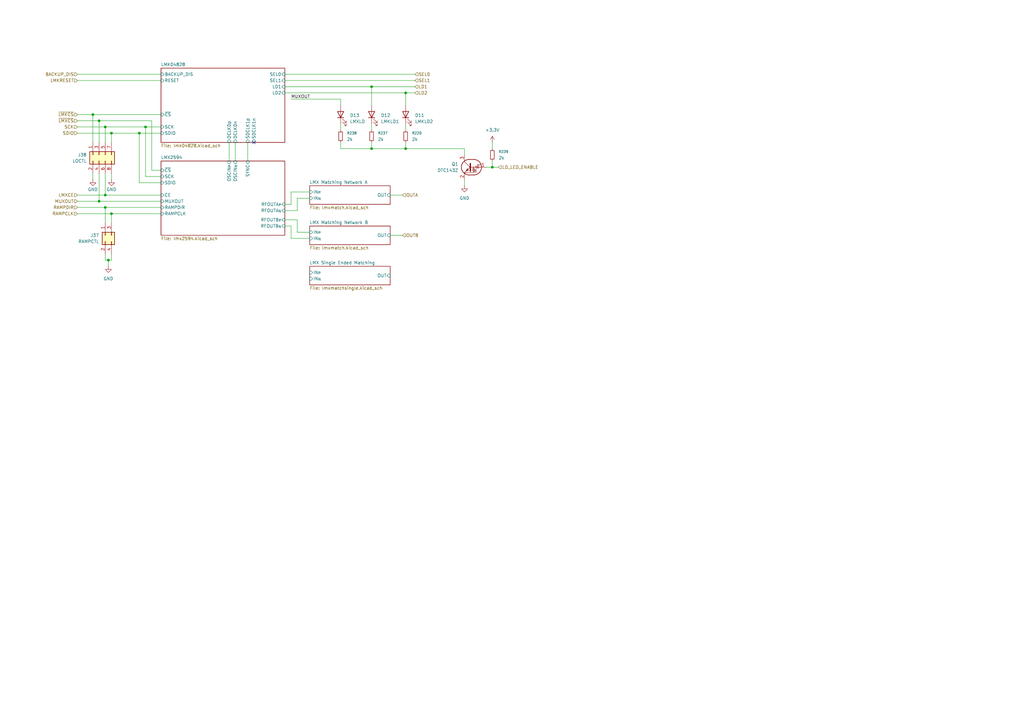
<source format=kicad_sch>
(kicad_sch (version 20250114) (generator "eeschema") (generator_version "9.0")
  (paper "A3")
  (lib_symbols
    (symbol "Connector_Generic:Conn_02x02_Odd_Even" (pin_names (offset 1.016) (hide yes))
      (property "Reference" "J" (at 1.27 2.54 0))
      (property "Value" "Conn_02x02_Odd_Even" (at 1.27 -5.08 0))
      (symbol "Conn_02x02_Odd_Even_1_1"
        (rectangle (start -1.27 1.27) (end 3.81 -3.81) (stroke (width 0.254)) (fill (type background)))
        (rectangle (start -1.27 0.127) (end 0 -0.127) (stroke (width 0.1524)))
        (rectangle (start -1.27 -2.413) (end 0 -2.667) (stroke (width 0.1524)))
        (rectangle (start 3.81 0.127) (end 2.54 -0.127) (stroke (width 0.1524)))
        (rectangle (start 3.81 -2.413) (end 2.54 -2.667) (stroke (width 0.1524)))
        (pin passive line (at -5.08 0 0) (length 3.81) (name "Pin_1") (number "1"))
        (pin passive line (at -5.08 -2.54 0) (length 3.81) (name "Pin_3") (number "3"))
        (pin passive line (at 7.62 0 180) (length 3.81) (name "Pin_2") (number "2"))
        (pin passive line (at 7.62 -2.54 180) (length 3.81) (name "Pin_4") (number "4"))
      )
    )
    (symbol "Connector_Generic:Conn_02x04_Odd_Even" (pin_names (offset 1.016) (hide yes))
      (property "Reference" "J" (at 1.27 5.08 0))
      (property "Value" "Conn_02x04_Odd_Even" (at 1.27 -7.62 0))
      (symbol "Conn_02x04_Odd_Even_1_1"
        (rectangle (start -1.27 3.81) (end 3.81 -6.35) (stroke (width 0.254)) (fill (type background)))
        (rectangle (start -1.27 2.667) (end 0 2.413) (stroke (width 0.1524)))
        (rectangle (start -1.27 0.127) (end 0 -0.127) (stroke (width 0.1524)))
        (rectangle (start -1.27 -2.413) (end 0 -2.667) (stroke (width 0.1524)))
        (rectangle (start -1.27 -4.953) (end 0 -5.207) (stroke (width 0.1524)))
        (rectangle (start 3.81 2.667) (end 2.54 2.413) (stroke (width 0.1524)))
        (rectangle (start 3.81 0.127) (end 2.54 -0.127) (stroke (width 0.1524)))
        (rectangle (start 3.81 -2.413) (end 2.54 -2.667) (stroke (width 0.1524)))
        (rectangle (start 3.81 -4.953) (end 2.54 -5.207) (stroke (width 0.1524)))
        (pin passive line (at -5.08 2.54 0) (length 3.81) (name "Pin_1") (number "1"))
        (pin passive line (at -5.08 0 0) (length 3.81) (name "Pin_3") (number "3"))
        (pin passive line (at -5.08 -2.54 0) (length 3.81) (name "Pin_5") (number "5"))
        (pin passive line (at -5.08 -5.08 0) (length 3.81) (name "Pin_7") (number "7"))
        (pin passive line (at 7.62 2.54 180) (length 3.81) (name "Pin_2") (number "2"))
        (pin passive line (at 7.62 0 180) (length 3.81) (name "Pin_4") (number "4"))
        (pin passive line (at 7.62 -2.54 180) (length 3.81) (name "Pin_6") (number "6"))
        (pin passive line (at 7.62 -5.08 180) (length 3.81) (name "Pin_8") (number "8"))
      )
    )
    (symbol "Device:LED" (pin_numbers (hide yes)) (pin_names (offset 1.016) (hide yes))
      (property "Reference" "D" (at 0 2.54 0))
      (property "Value" "LED" (at 0 -2.54 0))
      (symbol "LED_0_1"
        (polyline (pts (xy -3.048 -0.762) (xy -4.572 -2.286) (xy -3.81 -2.286) (xy -4.572 -2.286) (xy -4.572 -1.524)))
        (polyline (pts (xy -1.778 -0.762) (xy -3.302 -2.286) (xy -2.54 -2.286) (xy -3.302 -2.286) (xy -3.302 -1.524)))
        (polyline (pts (xy -1.27 0) (xy 1.27 0)))
        (polyline (pts (xy -1.27 -1.27) (xy -1.27 1.27)) (stroke (width 0.254)))
        (polyline (pts (xy 1.27 -1.27) (xy 1.27 1.27) (xy -1.27 0) (xy 1.27 -1.27)) (stroke (width 0.254)))
      )
      (symbol "LED_1_1"
        (pin passive line (at -3.81 0 0) (length 2.54) (name "K") (number "1"))
        (pin passive line (at 3.81 0 180) (length 2.54) (name "A") (number "2"))
      )
    )
    (symbol "Device:R_Small" (pin_numbers (hide yes)) (pin_names (offset 0.254) (hide yes))
      (property "Reference" "R" (at 0 0 90))
      (property "Value" "R_Small" (at 1.778 0 90))
      (symbol "R_Small_0_1"
        (rectangle (start -0.762 1.778) (end 0.762 -1.778) (stroke (width 0.2032)))
      )
      (symbol "R_Small_1_1"
        (pin passive line (at 0 2.54 270) (length 0.762) (name "~") (number "1"))
        (pin passive line (at 0 -2.54 90) (length 0.762) (name "~") (number "2"))
      )
    )
    (symbol "Transistor_BJT:DTC143Z" (pin_names (offset 0) (hide yes))
      (property "Reference" "Q" (at 5.08 1.905 0))
      (property "Value" "DTC143Z" (at 5.08 0 0))
      (symbol "DTC143Z_0_0"
        (text "4k7" (at -3.302 0.889 0) (effects (font (size 0.508 0.508))))
        (text "47k" (at -2.159 -1.524 900) (effects (font (size 0.508 0.508))))
      )
      (symbol "DTC143Z_0_1"
        (polyline (pts (xy -3.429 0) (xy -3.81 0)))
        (polyline (pts (xy -1.27 3.175) (xy 0.635 3.175)) (stroke (width 0.254)))
        (circle (center -1.27 0) (radius 0.127))
        (polyline (pts (xy -1.27 0) (xy -1.27 -0.381) (xy -0.762 -0.508) (xy -1.778 -0.762) (xy -0.762 -1.016) (xy -1.778 -1.27) (xy -0.762 -1.524) (xy -1.778 -1.778) (xy -1.27 -1.905) (xy -1.27 -2.286) (xy 2.54 -2.286)))
        (polyline (pts (xy -1.27 -3.175) (xy 0.635 -3.175)) (stroke (width 0.254)))
        (arc (start -1.27 -3.175) (mid -4.4312 0) (end -1.27 3.175) (stroke (width 0.254)))
        (polyline (pts (xy 0 0) (xy -1.905 0) (xy -2.032 0.508) (xy -2.286 -0.508) (xy -2.54 0.508) (xy -2.794 -0.508) (xy -3.048 0.508) (xy -3.302 -0.508) (xy -3.429 0)))
        (polyline (pts (xy 0 -0.254) (xy 2.54 2.286)))
        (polyline (pts (xy 0.127 1.524) (xy 0.127 -1.651)) (stroke (width 0.508)) (fill (type outline)))
        (arc (start 0.635 3.175) (mid 3.7962 0) (end 0.635 -3.175) (stroke (width 0.254)))
        (polyline (pts (xy 0.889 -1.143) (xy 1.397 -0.635) (xy 1.905 -1.651) (xy 0.889 -1.143)) (fill (type outline)))
        (polyline (pts (xy 2.54 2.286) (xy 2.54 2.54)))
        (polyline (pts (xy 2.54 -2.286) (xy 0 0.254) (xy 0 0.254)))
        (circle (center 2.54 -2.286) (radius 0.127))
      )
      (symbol "DTC143Z_1_1"
        (pin input line (at -6.35 0 0) (length 2.54) (name "B") (number "1"))
        (pin passive line (at 2.54 5.08 270) (length 2.54) (name "C") (number "3"))
        (pin passive line (at 2.54 -5.08 90) (length 2.54) (name "E") (number "2"))
      )
    )
    (symbol "power:+3.3V" (power) (pin_numbers (hide yes)) (pin_names (offset 0) (hide yes))
      (property "Value" "+3.3V" (at 0 3.556 0))
      (symbol "+3.3V_0_1"
        (polyline (pts (xy -0.762 1.27) (xy 0 2.54)))
        (polyline (pts (xy 0 2.54) (xy 0.762 1.27)))
        (polyline (pts (xy 0 0) (xy 0 2.54)))
      )
      (symbol "+3.3V_1_1"
        (pin power_in line (at 0 0 90) (length 0) (name "~") (number "1"))
      )
    )
    (symbol "power:GND" (power) (pin_numbers (hide yes)) (pin_names (offset 0) (hide yes))
      (property "Value" "GND" (at 0 -3.81 0))
      (symbol "GND_0_1"
        (polyline (pts (xy 0 0) (xy 0 -1.27) (xy 1.27 -1.27) (xy 0 -2.54) (xy -1.27 -1.27) (xy 0 -1.27)))
      )
      (symbol "GND_1_1"
        (pin power_in line (at 0 0 270) (length 0) (name "~") (number "1"))
      )
    )
  )
  (junction (at 38.1 46.99))
  (junction (at 43.18 85.09))
  (junction (at 166.37 38.1))
  (junction (at 57.15 54.61))
  (junction (at 43.18 52.07))
  (junction (at 40.64 82.55))
  (junction (at 152.4 60.96))
  (junction (at 152.4 35.56))
  (junction (at 40.64 49.53))
  (junction (at 45.72 87.63))
  (junction (at 44.45 106.68))
  (junction (at 166.37 60.96))
  (junction (at 43.18 80.01))
  (junction (at 45.72 54.61))
  (junction (at 201.93 68.58))
  (junction (at 59.69 52.07))
  (no_connect (at 104.14 58.42))
  (wire (pts (xy 40.64 49.53) (xy 40.64 58.42)))
  (wire (pts (xy 40.64 49.53) (xy 62.23 49.53)))
  (wire (pts (xy 43.18 85.09) (xy 43.18 91.44)))
  (wire (pts (xy 116.84 38.1) (xy 166.37 38.1)))
  (wire (pts (xy 31.75 54.61) (xy 45.72 54.61)))
  (wire (pts (xy 31.75 46.99) (xy 38.1 46.99)))
  (wire (pts (xy 199.39 68.58) (xy 201.93 68.58)))
  (wire (pts (xy 57.15 54.61) (xy 57.15 74.93)))
  (wire (pts (xy 139.7 60.96) (xy 152.4 60.96)))
  (wire (pts (xy 43.18 85.09) (xy 66.04 85.09)))
  (wire (pts (xy 66.04 54.61) (xy 57.15 54.61)))
  (wire (pts (xy 45.72 54.61) (xy 57.15 54.61)))
  (wire (pts (xy 43.18 52.07) (xy 43.18 58.42)))
  (wire (pts (xy 38.1 46.99) (xy 66.04 46.99)))
  (wire (pts (xy 45.72 87.63) (xy 45.72 91.44)))
  (wire (pts (xy 116.84 30.48) (xy 170.18 30.48)))
  (wire (pts (xy 45.72 106.68) (xy 44.45 106.68)))
  (wire (pts (xy 40.64 82.55) (xy 66.04 82.55)))
  (wire (pts (xy 201.93 66.04) (xy 201.93 68.58)))
  (wire (pts (xy 166.37 60.96) (xy 166.37 58.42)))
  (wire (pts (xy 59.69 72.39) (xy 66.04 72.39)))
  (wire (pts (xy 31.75 82.55) (xy 40.64 82.55)))
  (wire (pts (xy 38.1 46.99) (xy 38.1 58.42)))
  (wire (pts (xy 139.7 58.42) (xy 139.7 60.96)))
  (wire (pts (xy 116.84 35.56) (xy 152.4 35.56)))
  (wire (pts (xy 116.84 83.82) (xy 119.38 83.82)))
  (wire (pts (xy 45.72 54.61) (xy 45.72 58.42)))
  (wire (pts (xy 62.23 69.85) (xy 62.23 49.53)))
  (wire (pts (xy 152.4 50.8) (xy 152.4 53.34)))
  (wire (pts (xy 44.45 106.68) (xy 44.45 109.22)))
  (wire (pts (xy 45.72 104.14) (xy 45.72 106.68)))
  (wire (pts (xy 31.75 33.02) (xy 66.04 33.02)))
  (wire (pts (xy 31.75 52.07) (xy 43.18 52.07)))
  (wire (pts (xy 119.38 40.64) (xy 139.7 40.64)))
  (wire (pts (xy 166.37 60.96) (xy 190.5 60.96)))
  (wire (pts (xy 152.4 35.56) (xy 170.18 35.56)))
  (wire (pts (xy 31.75 85.09) (xy 43.18 85.09)))
  (wire (pts (xy 31.75 30.48) (xy 66.04 30.48)))
  (wire (pts (xy 121.92 81.28) (xy 127 81.28)))
  (wire (pts (xy 59.69 52.07) (xy 59.69 72.39)))
  (wire (pts (xy 139.7 43.18) (xy 139.7 40.64)))
  (wire (pts (xy 66.04 52.07) (xy 59.69 52.07)))
  (wire (pts (xy 116.84 33.02) (xy 170.18 33.02)))
  (wire (pts (xy 152.4 35.56) (xy 152.4 43.18)))
  (wire (pts (xy 119.38 78.74) (xy 119.38 83.82)))
  (wire (pts (xy 43.18 104.14) (xy 43.18 106.68)))
  (wire (pts (xy 116.84 86.36) (xy 121.92 86.36)))
  (wire (pts (xy 66.04 69.85) (xy 62.23 69.85)))
  (wire (pts (xy 166.37 38.1) (xy 170.18 38.1)))
  (wire (pts (xy 116.84 92.71) (xy 119.38 92.71)))
  (wire (pts (xy 190.5 63.5) (xy 190.5 60.96)))
  (wire (pts (xy 190.5 73.66) (xy 190.5 76.2)))
  (wire (pts (xy 96.52 58.42) (xy 96.52 66.04)))
  (wire (pts (xy 31.75 49.53) (xy 40.64 49.53)))
  (wire (pts (xy 43.18 52.07) (xy 59.69 52.07)))
  (wire (pts (xy 201.93 58.42) (xy 201.93 60.96)))
  (wire (pts (xy 152.4 60.96) (xy 166.37 60.96)))
  (wire (pts (xy 139.7 50.8) (xy 139.7 53.34)))
  (wire (pts (xy 45.72 71.12) (xy 45.72 73.66)))
  (wire (pts (xy 31.75 80.01) (xy 43.18 80.01)))
  (wire (pts (xy 119.38 92.71) (xy 119.38 97.79)))
  (wire (pts (xy 119.38 97.79) (xy 127 97.79)))
  (wire (pts (xy 101.6 58.42) (xy 101.6 66.04)))
  (wire (pts (xy 93.98 58.42) (xy 93.98 66.04)))
  (wire (pts (xy 160.02 96.52) (xy 165.1 96.52)))
  (wire (pts (xy 38.1 71.12) (xy 38.1 73.66)))
  (wire (pts (xy 43.18 80.01) (xy 66.04 80.01)))
  (wire (pts (xy 43.18 71.12) (xy 43.18 80.01)))
  (wire (pts (xy 166.37 50.8) (xy 166.37 53.34)))
  (wire (pts (xy 121.92 90.17) (xy 116.84 90.17)))
  (wire (pts (xy 121.92 81.28) (xy 121.92 86.36)))
  (wire (pts (xy 44.45 106.68) (xy 43.18 106.68)))
  (wire (pts (xy 166.37 38.1) (xy 166.37 43.18)))
  (wire (pts (xy 201.93 68.58) (xy 204.47 68.58)))
  (wire (pts (xy 45.72 87.63) (xy 66.04 87.63)))
  (wire (pts (xy 57.15 74.93) (xy 66.04 74.93)))
  (wire (pts (xy 127 95.25) (xy 121.92 95.25)))
  (wire (pts (xy 40.64 71.12) (xy 40.64 82.55)))
  (wire (pts (xy 121.92 95.25) (xy 121.92 90.17)))
  (wire (pts (xy 31.75 87.63) (xy 45.72 87.63)))
  (wire (pts (xy 152.4 58.42) (xy 152.4 60.96)))
  (wire (pts (xy 119.38 78.74) (xy 127 78.74)))
  (wire (pts (xy 160.02 80.01) (xy 165.1 80.01)))
  (label "MUXOUT" (at 119.38 40.64 0))
  (hierarchical_label "SCK" (shape input) (at 31.75 52.07 180))
  (hierarchical_label "LD2" (shape input) (at 170.18 38.1 0))
  (hierarchical_label "RAMPCLK" (shape input) (at 31.75 87.63 180))
  (hierarchical_label "LD1" (shape input) (at 170.18 35.56 0))
  (hierarchical_label "LMXCE" (shape input) (at 31.75 80.01 180))
  (hierarchical_label "BACKUP_DIS" (shape input) (at 31.75 30.48 180))
  (hierarchical_label "RAMPDIR" (shape input) (at 31.75 85.09 180))
  (hierarchical_label "OUTB" (shape input) (at 165.1 96.52 0))
  (hierarchical_label "~{LMXCS}" (shape input) (at 31.75 49.53 180))
  (hierarchical_label "LMKRESET" (shape input) (at 31.75 33.02 180))
  (hierarchical_label "SDIO" (shape input) (at 31.75 54.61 180))
  (hierarchical_label "OUTA" (shape input) (at 165.1 80.01 0))
  (hierarchical_label "SEL1" (shape input) (at 170.18 33.02 0))
  (hierarchical_label "LD_LED_ENABLE" (shape input) (at 204.47 68.58 0))
  (hierarchical_label "MUXOUT" (shape input) (at 31.75 82.55 180))
  (hierarchical_label "~{LMKCS}" (shape input) (at 31.75 46.99 180))
  (hierarchical_label "SEL0" (shape input) (at 170.18 30.48 0))
  (symbol (lib_id "Device:LED") (at 139.7 46.99 90) (unit 1)
    (property "Reference" "D13" (at 143.51 47.3074 90) (effects (justify right)))
    (property "Value" "LMXLD" (at 143.51 49.8474 90) (effects (justify right)))
    (property "Description" "Light emitting diode" (effects (hide yes)))
    (property "Sim.Pins" "1=K 2=A" (effects (hide yes)))
  )
  (symbol (lib_id "power:GND") (at 190.5 76.2 0) (unit 1)
    (property "Reference" "#PWR0261" (effects (hide yes)))
    (property "Value" "GND" (at 190.5 81.28 0))
    (property "Description" "Power symbol creates a global label with name \"GND\" , ground" (effects (hide yes)))
  )
  (symbol (lib_id "Device:R_Small") (at 139.7 55.88 0) (mirror y) (unit 1)
    (property "Reference" "R238" (at 142.24 54.6099 0) (effects (font (size 1.016 1.016)) (justify right)))
    (property "Value" "2k" (at 142.24 57.1499 0) (effects (justify right)))
    (property "Description" "Resistor, small symbol" (effects (hide yes)))
  )
  (symbol (lib_id "power:GND") (at 38.1 73.66 0) (unit 1)
    (property "Reference" "#PWR0260" (effects (hide yes)))
    (property "Value" "GND" (at 38.1 77.724 0))
    (property "Description" "Power symbol creates a global label with name \"GND\" , ground" (effects (hide yes)))
  )
  (symbol (lib_id "Device:R_Small") (at 166.37 55.88 0) (mirror y) (unit 1)
    (property "Reference" "R220" (at 168.91 54.6099 0) (effects (font (size 1.016 1.016)) (justify right)))
    (property "Value" "2k" (at 168.91 57.1499 0) (effects (justify right)))
    (property "Description" "Resistor, small symbol" (effects (hide yes)))
  )
  (symbol (lib_id "power:GND") (at 44.45 109.22 0) (unit 1)
    (property "Reference" "#PWR0258" (effects (hide yes)))
    (property "Value" "GND" (at 44.45 114.3 0))
    (property "Description" "Power symbol creates a global label with name \"GND\" , ground" (effects (hide yes)))
  )
  (symbol (lib_id "Device:LED") (at 166.37 46.99 90) (unit 1)
    (property "Reference" "D11" (at 170.18 47.3074 90) (effects (justify right)))
    (property "Value" "LMKLD2" (at 170.18 49.8474 90) (effects (justify right)))
    (property "Description" "Light emitting diode" (effects (hide yes)))
    (property "Sim.Pins" "1=K 2=A" (effects (hide yes)))
  )
  (symbol (lib_id "Device:LED") (at 152.4 46.99 90) (unit 1)
    (property "Reference" "D12" (at 156.21 47.3074 90) (effects (justify right)))
    (property "Value" "LMKLD1" (at 156.21 49.8474 90) (effects (justify right)))
    (property "Description" "Light emitting diode" (effects (hide yes)))
    (property "Sim.Pins" "1=K 2=A" (effects (hide yes)))
  )
  (symbol (lib_id "power:GND") (at 45.72 73.66 0) (unit 1)
    (property "Reference" "#PWR0259" (effects (hide yes)))
    (property "Value" "GND" (at 45.72 77.724 0))
    (property "Description" "Power symbol creates a global label with name \"GND\" , ground" (effects (hide yes)))
  )
  (symbol (lib_id "Connector_Generic:Conn_02x04_Odd_Even") (at 40.64 63.5 90) (mirror x) (unit 1)
    (property "Reference" "J38" (at 35.56 63.4999 90) (effects (justify left)))
    (property "Value" "LOCTL" (at 35.56 66.0399 90) (effects (justify left)))
    (property "Description" "Generic connector, double row, 02x04, odd/even pin numbering scheme (row 1 odd numbers, row 2 even numbers), script generated (kicad-library-utils/schlib/autogen/connector/)" (effects (hide yes)))
  )
  (symbol (lib_id "Connector_Generic:Conn_02x02_Odd_Even") (at 43.18 96.52 90) (mirror x) (unit 1)
    (property "Reference" "J37" (at 40.64 96.5199 90) (effects (justify left)))
    (property "Value" "RAMPCTL" (at 40.64 99.0599 90) (effects (justify left)))
    (property "Description" "Generic connector, double row, 02x02, odd/even pin numbering scheme (row 1 odd numbers, row 2 even numbers), script generated (kicad-library-utils/schlib/autogen/connector/)" (effects (hide yes)))
  )
  (symbol (lib_id "Transistor_BJT:DTC143Z") (at 193.04 68.58 0) (mirror y) (unit 1)
    (property "Reference" "Q1" (at 187.96 67.3099 0) (effects (justify left)))
    (property "Value" "DTC143Z" (at 187.96 69.8499 0) (effects (justify left)))
    (property "Description" "Digital NPN Transistor, 4k7/47k, SOT-23" (effects (hide yes)))
  )
  (symbol (lib_id "power:+3.3V") (at 201.93 58.42 0) (unit 1)
    (property "Reference" "#PWR0262" (effects (hide yes)))
    (property "Value" "+3.3V" (at 201.93 53.34 0))
    (property "Description" "Power symbol creates a global label with name \"+3.3V\"" (effects (hide yes)))
  )
  (symbol (lib_id "Device:R_Small") (at 201.93 63.5 0) (mirror y) (unit 1)
    (property "Reference" "R239" (at 204.47 62.2299 0) (effects (font (size 1.016 1.016)) (justify right)))
    (property "Value" "2k" (at 204.47 64.7699 0) (effects (justify right)))
    (property "Description" "Resistor, small symbol" (effects (hide yes)))
  )
  (symbol (lib_id "Device:R_Small") (at 152.4 55.88 0) (mirror y) (unit 1)
    (property "Reference" "R237" (at 154.94 54.6099 0) (effects (font (size 1.016 1.016)) (justify right)))
    (property "Value" "2k" (at 154.94 57.1499 0) (effects (justify right)))
    (property "Description" "Resistor, small symbol" (effects (hide yes)))
  )
  (sheet (at 127 92.71) (size 33.02 7.62) (stroke (width 0.1524))
    (property "Sheetname" "LMX Matching Network B" (at 127 91.9984 0) (effects (justify left bottom)))
    (property "Sheetfile" "lmxmatch.kicad_sch" (at 127 100.9146 0) (effects (justify left top)))
    (pin "IN_{N}" input (at 127 97.79 180))
    (pin "IN_{P}" input (at 127 95.25 180))
    (pin "OUT" input (at 160.02 96.52 0))
  )
  (sheet (at 66.04 27.94) (size 50.8 30.48) (stroke (width 0.1524))
    (property "Sheetname" "LMK04828" (at 66.04 27.2284 0) (effects (justify left bottom)))
    (property "Sheetfile" "lmk04828.kicad_sch" (at 66.04 59.0046 0) (effects (justify left top)))
    (pin "BACKUP_DIS" input (at 66.04 30.48 180))
    (pin "DCLK0n" input (at 96.52 58.42 270))
    (pin "DCLK0p" input (at 93.98 58.42 270))
    (pin "LD1" input (at 116.84 35.56 0))
    (pin "LD2" input (at 116.84 38.1 0))
    (pin "RESET" input (at 66.04 33.02 180))
    (pin "SCK" input (at 66.04 52.07 180))
    (pin "SDCLK1n" input (at 104.14 58.42 270))
    (pin "SDCLK1p" input (at 101.6 58.42 270))
    (pin "SDIO" input (at 66.04 54.61 180))
    (pin "SEL0" input (at 116.84 30.48 0))
    (pin "SEL1" input (at 116.84 33.02 0))
    (pin "~{CS}" input (at 66.04 46.99 180))
  )
  (sheet (at 66.04 66.04) (size 50.8 30.48) (stroke (width 0.1524))
    (property "Sheetname" "LMX2594" (at 66.04 65.3284 0) (effects (justify left bottom)))
    (property "Sheetfile" "lmx2594.kicad_sch" (at 66.04 97.1046 0) (effects (justify left top)))
    (pin "CE" input (at 66.04 80.01 180))
    (pin "MUXOUT" input (at 66.04 82.55 180))
    (pin "OSCIN_{N}" input (at 96.52 66.04 90))
    (pin "OSCIN_{P}" input (at 93.98 66.04 90))
    (pin "RAMPCLK" input (at 66.04 87.63 180))
    (pin "RAMPDIR" input (at 66.04 85.09 180))
    (pin "RFOUTA_{N}" input (at 116.84 86.36 0))
    (pin "RFOUTA_{P}" input (at 116.84 83.82 0))
    (pin "RFOUTB_{N}" input (at 116.84 92.71 0))
    (pin "RFOUTB_{P}" input (at 116.84 90.17 0))
    (pin "SCK" input (at 66.04 72.39 180))
    (pin "SDIO" input (at 66.04 74.93 180))
    (pin "SYNC" input (at 101.6 66.04 90))
    (pin "~{CS}" input (at 66.04 69.85 180))
  )
  (sheet (at 127 76.2) (size 33.02 7.62) (stroke (width 0.1524))
    (property "Sheetname" "LMX Matching Network A" (at 127 75.4884 0) (effects (justify left bottom)))
    (property "Sheetfile" "lmxmatch.kicad_sch" (at 127 84.4046 0) (effects (justify left top)))
    (pin "IN_{N}" input (at 127 81.28 180))
    (pin "IN_{P}" input (at 127 78.74 180))
    (pin "OUT" input (at 160.02 80.01 0))
  )
  (sheet (at 127 109.22) (size 33.02 7.62) (stroke (width 0.1524))
    (property "Sheetname" "LMX Single Ended Matching" (at 127 108.5084 0) (effects (justify left bottom)))
    (property "Sheetfile" "lmxmatchsingle.kicad_sch" (at 127 117.4246 0) (effects (justify left top)))
    (pin "IN_{N}" input (at 127 114.3 180))
    (pin "IN_{P}" input (at 127 111.76 180))
    (pin "OUT" input (at 160.02 113.03 0))
  )
)
</source>
